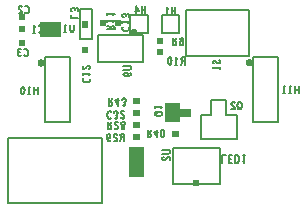
<source format=gbo>
G04 ================== begin FILE IDENTIFICATION RECORD ==================*
G04 Layout Name:  ETDS_PCB_AN_V1_2.brd*
G04 Film Name:    SILKSCREEN_BOTTOM*
G04 File Format:  Gerber RS274X*
G04 File Origin:  Cadence Allegro 16.6-S034*
G04 Origin Date:  Mon Mar 16 22:09:46 2015*
G04 *
G04 Layer:  REF DES/SILKSCREEN_BOTTOM*
G04 Layer:  PACKAGE GEOMETRY/SILKSCREEN_BOTTOM*
G04 Layer:  BOARD GEOMETRY/SILKSCREEN_BOTTOM*
G04 *
G04 Offset:    (0.00 0.00)*
G04 Mirror:    No*
G04 Mode:      Positive*
G04 Rotation:  0*
G04 FullContactRelief:  No*
G04 UndefLineWidth:     5.00*
G04 ================== end FILE IDENTIFICATION RECORD ====================*
%FSLAX25Y25*MOIN*%
%IR0*IPPOS*OFA0.00000B0.00000*MIA0B0*SFA1.00000B1.00000*%
%ADD10C,.005*%
G75*
%LPD*%
G75*
G36*
G01X756200Y1702000D02*
Y1700000D01*
X754000D01*
Y1702000D01*
X756200D01*
G37*
G36*
G01Y1710600D02*
Y1708600D01*
X754000D01*
Y1710600D01*
X756200D01*
G37*
G36*
G01Y1706400D02*
Y1704400D01*
X754000D01*
Y1706400D01*
X756200D01*
G37*
G36*
G01X762715Y1694200D02*
G03I-1265J0D01*
G37*
G36*
G01X767900Y1707800D02*
Y1703000D01*
X761000D01*
Y1707800D01*
X767900D01*
G37*
G36*
G01X777200Y1697500D02*
X775200D01*
Y1699700D01*
X777200D01*
Y1697500D01*
G37*
G36*
G01X783200Y1706500D02*
X781200D01*
Y1708700D01*
X783200D01*
Y1706500D01*
G37*
G36*
G01X777200Y1706000D02*
X775200D01*
Y1708200D01*
X777200D01*
Y1706000D01*
G37*
G36*
G01X790800Y1666300D02*
X795800D01*
Y1656200D01*
X790800D01*
Y1666300D01*
G37*
G36*
G01X792100Y1680500D02*
Y1682500D01*
X794300D01*
Y1680500D01*
X792100D01*
G37*
G36*
G01X794300Y1670400D02*
Y1668400D01*
X792100D01*
Y1670400D01*
X794300D01*
G37*
G36*
G01X792100Y1672500D02*
Y1674500D01*
X794300D01*
Y1672500D01*
X792100D01*
G37*
G36*
G01Y1676400D02*
Y1678400D01*
X794300D01*
Y1676400D01*
X792100D01*
G37*
G36*
G01X802100Y1699000D02*
Y1697000D01*
X799900D01*
Y1699000D01*
X802100D01*
G37*
G36*
G01X799900Y1700500D02*
Y1702500D01*
X802100D01*
Y1700500D01*
X799900D01*
G37*
G36*
G01X788100Y1706400D02*
X786100D01*
Y1708600D01*
X788100D01*
Y1706400D01*
G37*
G36*
G01X793400Y1704700D02*
G03I-1000J0D01*
G37*
G36*
G01X812000Y1653300D02*
Y1655100D01*
X814000D01*
Y1653300D01*
X812000D01*
G37*
G36*
G01X805200Y1669600D02*
Y1671600D01*
X807400D01*
Y1669600D01*
X805200D01*
G37*
G36*
G01X807600Y1676300D02*
X811300D01*
Y1678900D01*
X807600D01*
Y1680900D01*
X802700D01*
Y1674400D01*
X807600D01*
Y1676300D01*
G37*
G36*
G01X832065Y1694300D02*
G03I-1265J0D01*
G37*
G54D10*
G01X781800Y1647450D02*
Y1669050D01*
X750400D01*
Y1647450D01*
X781800D01*
G01X755813Y1698792D02*
X755973Y1698917D01*
X756160Y1699000D01*
X756373D01*
X756613Y1698875D01*
X756800Y1698667D01*
X756933Y1698417D01*
X757040Y1698000D01*
X757067Y1697625D01*
X757013Y1697250D01*
X756933Y1697000D01*
X756773Y1696750D01*
X756587Y1696583D01*
X756400Y1696500D01*
X756213D01*
X756027Y1696583D01*
X755867Y1696708D01*
X755733Y1696875D01*
G01X754787Y1697000D02*
X754627Y1696708D01*
X754413Y1696542D01*
X754173Y1696500D01*
X753960Y1696542D01*
X753747Y1696750D01*
X753613Y1697000D01*
X753587Y1697250D01*
X753640Y1697542D01*
X753827Y1697750D01*
X754013Y1697833D01*
X754253D01*
G01X754013D02*
X753853Y1697958D01*
X753720Y1698167D01*
X753667Y1698417D01*
X753720Y1698667D01*
X753853Y1698875D01*
X754093Y1699000D01*
X754333Y1698958D01*
X754573Y1698792D01*
G01X760260Y1683800D02*
Y1686300D01*
G01X759140D02*
Y1683800D01*
G01Y1685050D02*
X760260D01*
G01X757500Y1683800D02*
Y1686300D01*
X757820Y1685800D01*
G01Y1683800D02*
X757180D01*
G01X755300Y1686300D02*
X755513Y1686217D01*
X755673Y1686008D01*
X755780Y1685758D01*
X755860Y1685425D01*
X755887Y1685050D01*
X755860Y1684675D01*
X755780Y1684342D01*
X755673Y1684092D01*
X755513Y1683883D01*
X755300Y1683800D01*
X755087Y1683883D01*
X754927Y1684092D01*
X754820Y1684342D01*
X754740Y1684675D01*
X754713Y1685050D01*
X754740Y1685425D01*
X754820Y1685758D01*
X754927Y1686008D01*
X755087Y1686217D01*
X755300Y1686300D01*
G01X756113Y1713092D02*
X756273Y1713217D01*
X756460Y1713300D01*
X756673D01*
X756913Y1713175D01*
X757100Y1712967D01*
X757233Y1712717D01*
X757340Y1712300D01*
X757367Y1711925D01*
X757313Y1711550D01*
X757233Y1711300D01*
X757073Y1711050D01*
X756887Y1710883D01*
X756700Y1710800D01*
X756513D01*
X756327Y1710883D01*
X756167Y1711008D01*
X756033Y1711175D01*
G01X755007Y1712883D02*
X754847Y1713133D01*
X754660Y1713258D01*
X754447Y1713300D01*
X754180Y1713217D01*
X753993Y1713008D01*
X753940Y1712758D01*
X753967Y1712508D01*
X754073Y1712300D01*
X754607Y1711883D01*
X754847Y1711592D01*
X755007Y1711175D01*
X755060Y1710800D01*
X753940D01*
G01X771050Y1696200D02*
Y1674600D01*
X762850D01*
Y1696200D01*
X771050D01*
G01X760713Y1706592D02*
X760873Y1706717D01*
X761060Y1706800D01*
X761273D01*
X761513Y1706675D01*
X761700Y1706467D01*
X761833Y1706217D01*
X761940Y1705800D01*
X761967Y1705425D01*
X761913Y1705050D01*
X761833Y1704800D01*
X761673Y1704550D01*
X761487Y1704383D01*
X761300Y1704300D01*
X761113D01*
X760927Y1704383D01*
X760767Y1704508D01*
X760633Y1704675D01*
G01X759100Y1704300D02*
Y1706800D01*
X759420Y1706300D01*
G01Y1704300D02*
X758780D01*
G01X772287Y1706900D02*
Y1705108D01*
X772180Y1704733D01*
X771967Y1704483D01*
X771700Y1704400D01*
X771433Y1704483D01*
X771220Y1704733D01*
X771113Y1705108D01*
Y1706900D01*
G01X769500Y1704400D02*
Y1706900D01*
X769820Y1706400D01*
G01Y1704400D02*
X769180D01*
G01X784067Y1682500D02*
Y1680000D01*
X784733D01*
X784947Y1680125D01*
X785080Y1680292D01*
X785133Y1680625D01*
X785080Y1680958D01*
X784920Y1681167D01*
X784733Y1681292D01*
X784067D01*
G01X784733D02*
X785133Y1682500D01*
G01X787120D02*
Y1680000D01*
X786133Y1681792D01*
X787467D01*
G01X788413Y1682000D02*
X788573Y1682292D01*
X788787Y1682458D01*
X789027Y1682500D01*
X789240Y1682458D01*
X789453Y1682250D01*
X789587Y1682000D01*
X789613Y1681750D01*
X789560Y1681458D01*
X789373Y1681250D01*
X789187Y1681167D01*
X788947D01*
G01X789187D02*
X789347Y1681042D01*
X789480Y1680833D01*
X789533Y1680583D01*
X789480Y1680333D01*
X789347Y1680125D01*
X789107Y1680000D01*
X788867Y1680042D01*
X788627Y1680208D01*
G01X788933Y1668200D02*
Y1670700D01*
X788267D01*
X788053Y1670575D01*
X787920Y1670408D01*
X787867Y1670075D01*
X787920Y1669742D01*
X788080Y1669533D01*
X788267Y1669408D01*
X788933D01*
G01X788267D02*
X787867Y1668200D01*
G01X786707Y1670283D02*
X786547Y1670533D01*
X786360Y1670658D01*
X786147Y1670700D01*
X785880Y1670617D01*
X785693Y1670408D01*
X785640Y1670158D01*
X785667Y1669908D01*
X785773Y1669700D01*
X786307Y1669283D01*
X786547Y1668992D01*
X786707Y1668575D01*
X786760Y1668200D01*
X785640D01*
G01X784453Y1668492D02*
X784267Y1668283D01*
X784053Y1668200D01*
X783840Y1668283D01*
X783653Y1668533D01*
X783520Y1668908D01*
X783467Y1669283D01*
Y1669742D01*
X783520Y1670117D01*
X783653Y1670450D01*
X783813Y1670617D01*
X784000Y1670700D01*
X784213Y1670617D01*
X784373Y1670450D01*
X784480Y1670200D01*
X784533Y1669867D01*
X784480Y1669575D01*
X784347Y1669283D01*
X784187Y1669117D01*
X784000Y1669075D01*
X783787Y1669158D01*
X783627Y1669367D01*
X783467Y1669742D01*
G01X783767Y1674700D02*
Y1672200D01*
X784433D01*
X784647Y1672325D01*
X784780Y1672492D01*
X784833Y1672825D01*
X784780Y1673158D01*
X784620Y1673367D01*
X784433Y1673492D01*
X783767D01*
G01X784433D02*
X784833Y1674700D01*
G01X785993Y1672617D02*
X786153Y1672367D01*
X786340Y1672242D01*
X786553Y1672200D01*
X786820Y1672283D01*
X787007Y1672492D01*
X787060Y1672742D01*
X787033Y1672992D01*
X786927Y1673200D01*
X786393Y1673617D01*
X786153Y1673908D01*
X785993Y1674325D01*
X785940Y1674700D01*
X787060D01*
G01X788700D02*
X788887Y1674658D01*
X789100Y1674533D01*
X789233Y1674325D01*
X789287Y1674033D01*
X789233Y1673742D01*
X789073Y1673492D01*
X788833Y1673367D01*
X788567D01*
X788407Y1673283D01*
X788273Y1673075D01*
X788220Y1672783D01*
X788300Y1672492D01*
X788487Y1672283D01*
X788700Y1672200D01*
X788913Y1672283D01*
X789100Y1672492D01*
X789180Y1672783D01*
X789127Y1673075D01*
X788993Y1673283D01*
X788833Y1673367D01*
X788567D01*
X788327Y1673492D01*
X788167Y1673742D01*
X788113Y1674033D01*
X788167Y1674325D01*
X788300Y1674533D01*
X788513Y1674658D01*
X788700Y1674700D01*
G01X784687Y1675908D02*
X784527Y1675783D01*
X784340Y1675700D01*
X784127D01*
X783887Y1675825D01*
X783700Y1676033D01*
X783567Y1676283D01*
X783460Y1676700D01*
X783433Y1677075D01*
X783487Y1677450D01*
X783567Y1677700D01*
X783727Y1677950D01*
X783913Y1678117D01*
X784100Y1678200D01*
X784287D01*
X784473Y1678117D01*
X784633Y1677992D01*
X784767Y1677825D01*
G01X785713Y1677700D02*
X785873Y1677992D01*
X786087Y1678158D01*
X786327Y1678200D01*
X786540Y1678158D01*
X786753Y1677950D01*
X786887Y1677700D01*
X786913Y1677450D01*
X786860Y1677158D01*
X786673Y1676950D01*
X786487Y1676867D01*
X786247D01*
G01X786487D02*
X786647Y1676742D01*
X786780Y1676533D01*
X786833Y1676283D01*
X786780Y1676033D01*
X786647Y1675825D01*
X786407Y1675700D01*
X786167Y1675742D01*
X785927Y1675908D01*
G01X787993Y1676117D02*
X788153Y1675867D01*
X788340Y1675742D01*
X788553Y1675700D01*
X788820Y1675783D01*
X789007Y1675992D01*
X789060Y1676242D01*
X789033Y1676492D01*
X788927Y1676700D01*
X788393Y1677117D01*
X788153Y1677408D01*
X787993Y1677825D01*
X787940Y1678200D01*
X789060D01*
G01X777592Y1688987D02*
X777717Y1688827D01*
X777800Y1688640D01*
Y1688427D01*
X777675Y1688187D01*
X777467Y1688000D01*
X777217Y1687867D01*
X776800Y1687760D01*
X776425Y1687733D01*
X776050Y1687787D01*
X775800Y1687867D01*
X775550Y1688027D01*
X775383Y1688213D01*
X775300Y1688400D01*
Y1688587D01*
X775383Y1688773D01*
X775508Y1688933D01*
X775675Y1689067D01*
G01X775300Y1690600D02*
X777800D01*
X777300Y1690280D01*
G01X775300D02*
Y1690920D01*
G01X777383Y1692293D02*
X777633Y1692453D01*
X777758Y1692640D01*
X777800Y1692853D01*
X777717Y1693120D01*
X777508Y1693307D01*
X777258Y1693360D01*
X777008Y1693333D01*
X776800Y1693227D01*
X776383Y1692693D01*
X776092Y1692453D01*
X775675Y1692293D01*
X775300Y1692240D01*
Y1693360D01*
G01X780400Y1703700D02*
X795400D01*
Y1694700D01*
X780400D01*
Y1703700D01*
G01X783500Y1705467D02*
X786000D01*
Y1706133D01*
X785875Y1706347D01*
X785708Y1706480D01*
X785375Y1706533D01*
X785042Y1706480D01*
X784833Y1706320D01*
X784708Y1706133D01*
Y1705467D01*
G01Y1706133D02*
X783500Y1706533D01*
G01Y1708200D02*
X786000D01*
X785500Y1707880D01*
G01X783500D02*
Y1708520D01*
G01Y1710400D02*
X786000D01*
X785500Y1710080D01*
G01X783500D02*
Y1710720D01*
G01X773800Y1709267D02*
X771300D01*
Y1710333D01*
G01X771800Y1711413D02*
X771508Y1711573D01*
X771342Y1711787D01*
X771300Y1712027D01*
X771342Y1712240D01*
X771550Y1712453D01*
X771800Y1712587D01*
X772050Y1712613D01*
X772342Y1712560D01*
X772550Y1712373D01*
X772633Y1712187D01*
Y1711947D01*
G01Y1712187D02*
X772758Y1712347D01*
X772967Y1712480D01*
X773217Y1712533D01*
X773467Y1712480D01*
X773675Y1712347D01*
X773800Y1712107D01*
X773758Y1711867D01*
X773592Y1711627D01*
G01X778400Y1702200D02*
X774400D01*
Y1712200D01*
X778400D01*
Y1702200D01*
G01X796967Y1672000D02*
Y1669500D01*
X797633D01*
X797847Y1669625D01*
X797980Y1669792D01*
X798033Y1670125D01*
X797980Y1670458D01*
X797820Y1670667D01*
X797633Y1670792D01*
X796967D01*
G01X797633D02*
X798033Y1672000D01*
G01X800020D02*
Y1669500D01*
X799033Y1671292D01*
X800367D01*
G01X801900Y1669500D02*
X801687Y1669583D01*
X801527Y1669792D01*
X801420Y1670042D01*
X801340Y1670375D01*
X801313Y1670750D01*
X801340Y1671125D01*
X801420Y1671458D01*
X801527Y1671708D01*
X801687Y1671917D01*
X801900Y1672000D01*
X802113Y1671917D01*
X802273Y1671708D01*
X802380Y1671458D01*
X802460Y1671125D01*
X802487Y1670750D01*
X802460Y1670375D01*
X802380Y1670042D01*
X802273Y1669792D01*
X802113Y1669583D01*
X801900Y1669500D01*
G01X799300Y1677300D02*
X799342Y1677087D01*
X799508Y1676900D01*
X799758Y1676740D01*
X800050Y1676633D01*
X800383Y1676580D01*
X800717D01*
X801050Y1676633D01*
X801342Y1676740D01*
X801592Y1676900D01*
X801758Y1677087D01*
X801800Y1677300D01*
X801758Y1677513D01*
X801592Y1677700D01*
X801342Y1677860D01*
X801050Y1677967D01*
X800717Y1678020D01*
X800383D01*
X800050Y1677967D01*
X799758Y1677860D01*
X799508Y1677700D01*
X799342Y1677513D01*
X799300Y1677300D01*
G01X799967Y1677513D02*
X799300Y1677833D01*
G01Y1679500D02*
X801800D01*
X801300Y1679180D01*
G01X799300D02*
Y1679820D01*
G01X788800Y1693187D02*
X790592D01*
X790967Y1693080D01*
X791217Y1692867D01*
X791300Y1692600D01*
X791217Y1692333D01*
X790967Y1692120D01*
X790592Y1692013D01*
X788800D01*
G01X791008Y1690853D02*
X791217Y1690667D01*
X791300Y1690453D01*
X791217Y1690240D01*
X790967Y1690053D01*
X790592Y1689920D01*
X790217Y1689867D01*
X789758D01*
X789383Y1689920D01*
X789050Y1690053D01*
X788883Y1690213D01*
X788800Y1690400D01*
X788883Y1690613D01*
X789050Y1690773D01*
X789300Y1690880D01*
X789633Y1690933D01*
X789925Y1690880D01*
X790217Y1690747D01*
X790383Y1690587D01*
X790425Y1690400D01*
X790342Y1690187D01*
X790133Y1690027D01*
X789758Y1689867D01*
G01X790692Y1706187D02*
X790817Y1706027D01*
X790900Y1705840D01*
Y1705627D01*
X790775Y1705387D01*
X790567Y1705200D01*
X790317Y1705067D01*
X789900Y1704960D01*
X789525Y1704933D01*
X789150Y1704987D01*
X788900Y1705067D01*
X788650Y1705227D01*
X788483Y1705413D01*
X788400Y1705600D01*
Y1705787D01*
X788483Y1705973D01*
X788608Y1706133D01*
X788775Y1706267D01*
G01X788400Y1707800D02*
X790900D01*
X790400Y1707480D01*
G01X788400D02*
Y1708120D01*
G01X788900Y1709413D02*
X788608Y1709573D01*
X788442Y1709787D01*
X788400Y1710027D01*
X788442Y1710240D01*
X788650Y1710453D01*
X788900Y1710587D01*
X789150Y1710613D01*
X789442Y1710560D01*
X789650Y1710373D01*
X789733Y1710187D01*
Y1709947D01*
G01Y1710187D02*
X789858Y1710347D01*
X790067Y1710480D01*
X790317Y1710533D01*
X790567Y1710480D01*
X790775Y1710347D01*
X790900Y1710107D01*
X790858Y1709867D01*
X790692Y1709627D01*
G01X807400Y1710100D02*
Y1704300D01*
X801600D01*
Y1710100D01*
X807400D01*
G01X796160Y1710700D02*
Y1713200D01*
G01X795040D02*
Y1710700D01*
G01Y1711950D02*
X796160D01*
G01X793080Y1710700D02*
Y1713200D01*
X794067Y1711408D01*
X792733D01*
G01X796900Y1710100D02*
Y1704300D01*
X791100D01*
Y1710100D01*
X796900D01*
G01X801800Y1665187D02*
X803592D01*
X803967Y1665080D01*
X804217Y1664867D01*
X804300Y1664600D01*
X804217Y1664333D01*
X803967Y1664120D01*
X803592Y1664013D01*
X801800D01*
G01X802217Y1662907D02*
X801967Y1662747D01*
X801842Y1662560D01*
X801800Y1662347D01*
X801883Y1662080D01*
X802092Y1661893D01*
X802342Y1661840D01*
X802592Y1661867D01*
X802800Y1661973D01*
X803217Y1662507D01*
X803508Y1662747D01*
X803925Y1662907D01*
X804300Y1662960D01*
Y1661840D01*
G01X805500Y1654000D02*
Y1666000D01*
X821100D01*
Y1654000D01*
X805500D01*
G01X822900Y1677000D02*
Y1681800D01*
X818200D01*
Y1676900D01*
X814600D01*
Y1668800D01*
X826600D01*
Y1677000D01*
X822900D01*
G01X809233Y1693700D02*
Y1696200D01*
X808567D01*
X808353Y1696075D01*
X808220Y1695908D01*
X808167Y1695575D01*
X808220Y1695242D01*
X808380Y1695033D01*
X808567Y1694908D01*
X809233D01*
G01X808567D02*
X808167Y1693700D01*
G01X806500D02*
Y1696200D01*
X806820Y1695700D01*
G01Y1693700D02*
X806180D01*
G01X804300Y1696200D02*
X804513Y1696117D01*
X804673Y1695908D01*
X804780Y1695658D01*
X804860Y1695325D01*
X804887Y1694950D01*
X804860Y1694575D01*
X804780Y1694242D01*
X804673Y1693992D01*
X804513Y1693783D01*
X804300Y1693700D01*
X804087Y1693783D01*
X803927Y1693992D01*
X803820Y1694242D01*
X803740Y1694575D01*
X803713Y1694950D01*
X803740Y1695325D01*
X803820Y1695658D01*
X803927Y1695908D01*
X804087Y1696117D01*
X804300Y1696200D01*
G01X809700Y1711800D02*
X830700D01*
Y1696700D01*
X809700D01*
Y1711800D01*
G01X805467Y1702600D02*
Y1700100D01*
X806133D01*
X806347Y1700225D01*
X806480Y1700392D01*
X806533Y1700725D01*
X806480Y1701058D01*
X806320Y1701267D01*
X806133Y1701392D01*
X805467D01*
G01X806133D02*
X806533Y1702600D01*
G01X807747Y1702308D02*
X807933Y1702517D01*
X808147Y1702600D01*
X808360Y1702517D01*
X808547Y1702267D01*
X808680Y1701892D01*
X808733Y1701517D01*
Y1701058D01*
X808680Y1700683D01*
X808547Y1700350D01*
X808387Y1700183D01*
X808200Y1700100D01*
X807987Y1700183D01*
X807827Y1700350D01*
X807720Y1700600D01*
X807667Y1700933D01*
X807720Y1701225D01*
X807853Y1701517D01*
X808013Y1701683D01*
X808200Y1701725D01*
X808413Y1701642D01*
X808573Y1701433D01*
X808733Y1701058D01*
G01X806160Y1710300D02*
Y1712800D01*
G01X805040D02*
Y1710300D01*
G01Y1711550D02*
X806160D01*
G01X803400Y1710300D02*
Y1712800D01*
X803720Y1712300D01*
G01Y1710300D02*
X803080D01*
G01X821867Y1660900D02*
Y1663400D01*
X822933D01*
G01X825133D02*
X824067D01*
Y1660900D01*
X825133D01*
G01X824707Y1662108D02*
X824067D01*
G01X826213Y1663400D02*
Y1660900D01*
X826747D01*
X826960Y1661025D01*
X827120Y1661192D01*
X827253Y1661442D01*
X827360Y1661733D01*
X827387Y1662150D01*
X827360Y1662567D01*
X827253Y1662858D01*
X827120Y1663108D01*
X826960Y1663275D01*
X826747Y1663400D01*
X826213D01*
G01X829000D02*
Y1660900D01*
X828680Y1661400D01*
G01Y1663400D02*
X829320D01*
G01X827600Y1678800D02*
X827813Y1678842D01*
X828000Y1679008D01*
X828160Y1679258D01*
X828267Y1679550D01*
X828320Y1679883D01*
Y1680217D01*
X828267Y1680550D01*
X828160Y1680842D01*
X828000Y1681092D01*
X827813Y1681258D01*
X827600Y1681300D01*
X827387Y1681258D01*
X827200Y1681092D01*
X827040Y1680842D01*
X826933Y1680550D01*
X826880Y1680217D01*
Y1679883D01*
X826933Y1679550D01*
X827040Y1679258D01*
X827200Y1679008D01*
X827387Y1678842D01*
X827600Y1678800D01*
G01X827387Y1679467D02*
X827067Y1678800D01*
G01X825907Y1680883D02*
X825747Y1681133D01*
X825560Y1681258D01*
X825347Y1681300D01*
X825080Y1681217D01*
X824893Y1681008D01*
X824840Y1680758D01*
X824867Y1680508D01*
X824973Y1680300D01*
X825507Y1679883D01*
X825747Y1679592D01*
X825907Y1679175D01*
X825960Y1678800D01*
X824840D01*
G01X840400Y1696300D02*
Y1674700D01*
X832200D01*
Y1696300D01*
X840400D01*
G01X820767Y1695160D02*
X820975Y1694947D01*
X821100Y1694707D01*
Y1694493D01*
X820975Y1694280D01*
X820767Y1694120D01*
X820475Y1694040D01*
X820183Y1694093D01*
X819933Y1694227D01*
X819767Y1694467D01*
X819683Y1694787D01*
X819517Y1694973D01*
X819225Y1695053D01*
X818933Y1695000D01*
X818725Y1694867D01*
X818600Y1694680D01*
Y1694493D01*
X818683Y1694307D01*
X818892Y1694147D01*
G01X821100Y1692400D02*
X818600D01*
X819100Y1692720D01*
G01X821100D02*
Y1692080D01*
G01X847260Y1684100D02*
Y1686600D01*
G01X846140D02*
Y1684100D01*
G01Y1685350D02*
X847260D01*
G01X844500Y1684100D02*
Y1686600D01*
X844820Y1686100D01*
G01Y1684100D02*
X844180D01*
G01X842300D02*
Y1686600D01*
X842620Y1686100D01*
G01Y1684100D02*
X841980D01*
M02*

</source>
